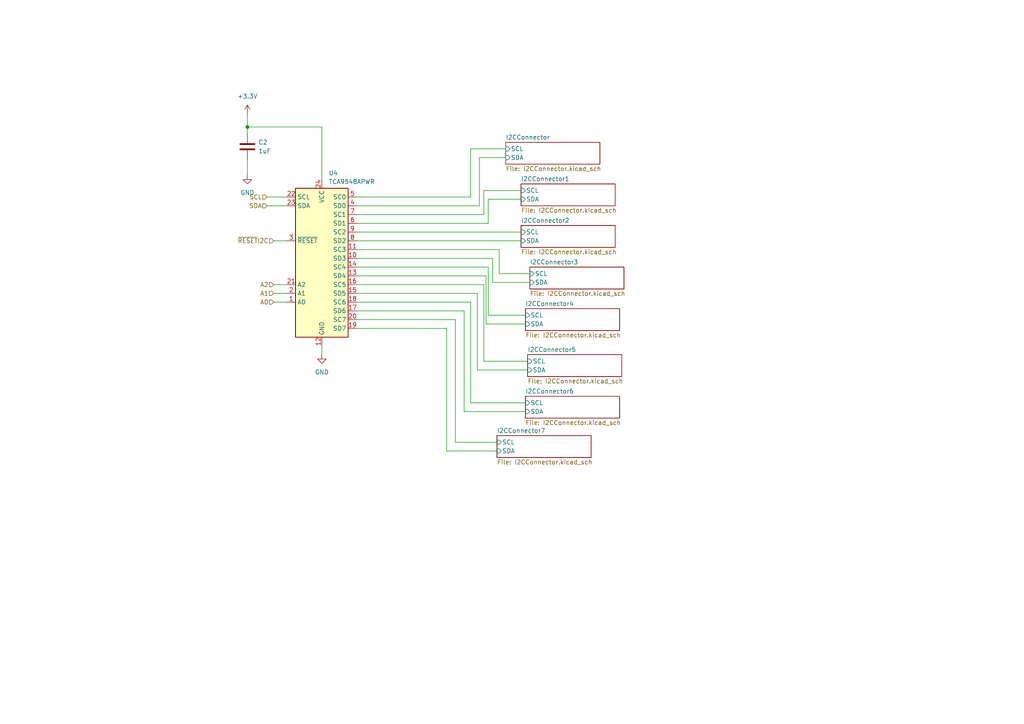
<source format=kicad_sch>
(kicad_sch (version 20230121) (generator eeschema)
  (paper "A4")
  (lib_symbols
    (symbol "Device:C" (pin_numbers hide) (pin_names (offset 0.254))
      (property "Reference" "C" (at 0.635 2.54 0))
      (property "Value" "C" (at 0.635 -2.54 0))
      (symbol "C_0_1"
        (polyline (pts (xy -2.032 -0.762) (xy 2.032 -0.762)) (stroke (width 0.508)))
        (polyline (pts (xy -2.032 0.762) (xy 2.032 0.762)) (stroke (width 0.508)))
      )
      (symbol "C_1_1"
        (pin passive line (at 0 3.81 270) (length 2.794) (name "~") (number "1"))
        (pin passive line (at 0 -3.81 90) (length 2.794) (name "~") (number "2"))
      )
    )
    (symbol "Interface_Expansion:TCA9548APWR"
      (property "Reference" "U" (at -7.62 21.59 0))
      (property "Value" "TCA9548APWR" (at 1.016 21.59 0))
      (symbol "TCA9548APWR_0_1"
        (rectangle (start -7.62 20.32) (end 7.62 -22.86) (stroke (width 0.254)) (fill (type background)))
      )
      (symbol "TCA9548APWR_1_1"
        (pin input line (at -10.16 -12.7 0) (length 2.54) (name "A0") (number "1"))
        (pin bidirectional line (at 10.16 0 180) (length 2.54) (name "SD3") (number "10"))
        (pin output line (at 10.16 2.54 180) (length 2.54) (name "SC3") (number "11"))
        (pin power_in line (at 0 -25.4 90) (length 2.54) (name "GND") (number "12"))
        (pin bidirectional line (at 10.16 -5.08 180) (length 2.54) (name "SD4") (number "13"))
        (pin output line (at 10.16 -2.54 180) (length 2.54) (name "SC4") (number "14"))
        (pin bidirectional line (at 10.16 -10.16 180) (length 2.54) (name "SD5") (number "15"))
        (pin output line (at 10.16 -7.62 180) (length 2.54) (name "SC5") (number "16"))
        (pin bidirectional line (at 10.16 -15.24 180) (length 2.54) (name "SD6") (number "17"))
        (pin output line (at 10.16 -12.7 180) (length 2.54) (name "SC6") (number "18"))
        (pin bidirectional line (at 10.16 -20.32 180) (length 2.54) (name "SD7") (number "19"))
        (pin input line (at -10.16 -10.16 0) (length 2.54) (name "A1") (number "2"))
        (pin output line (at 10.16 -17.78 180) (length 2.54) (name "SC7") (number "20"))
        (pin input line (at -10.16 -7.62 0) (length 2.54) (name "A2") (number "21"))
        (pin input line (at -10.16 17.78 0) (length 2.54) (name "SCL") (number "22"))
        (pin bidirectional line (at -10.16 15.24 0) (length 2.54) (name "SDA") (number "23"))
        (pin power_in line (at 0 22.86 270) (length 2.54) (name "VCC") (number "24"))
        (pin input line (at -10.16 5.08 0) (length 2.54) (name "~{RESET}") (number "3"))
        (pin bidirectional line (at 10.16 15.24 180) (length 2.54) (name "SD0") (number "4"))
        (pin output line (at 10.16 17.78 180) (length 2.54) (name "SC0") (number "5"))
        (pin bidirectional line (at 10.16 10.16 180) (length 2.54) (name "SD1") (number "6"))
        (pin output line (at 10.16 12.7 180) (length 2.54) (name "SC1") (number "7"))
        (pin bidirectional line (at 10.16 5.08 180) (length 2.54) (name "SD2") (number "8"))
        (pin output line (at 10.16 7.62 180) (length 2.54) (name "SC2") (number "9"))
      )
    )
    (symbol "power:+3.3V" (power) (pin_names (offset 0))
      (property "Value" "+3.3V" (at 0 3.556 0))
      (symbol "+3.3V_0_1"
        (polyline (pts (xy -0.762 1.27) (xy 0 2.54)))
        (polyline (pts (xy 0 0) (xy 0 2.54)))
        (polyline (pts (xy 0 2.54) (xy 0.762 1.27)))
      )
      (symbol "+3.3V_1_1"
        (pin power_in line (at 0 0 90) (length 0) hide (name "+3.3V") (number "1"))
      )
    )
    (symbol "power:GND" (power) (pin_names (offset 0))
      (property "Value" "GND" (at 0 -3.81 0))
      (symbol "GND_0_1"
        (polyline (pts (xy 0 0) (xy 0 -1.27) (xy 1.27 -1.27) (xy 0 -2.54) (xy -1.27 -1.27) (xy 0 -1.27)))
      )
      (symbol "GND_1_1"
        (pin power_in line (at 0 0 270) (length 0) hide (name "GND") (number "1"))
      )
    )
  )
  (junction (at 71.755 36.83))
  (wire (pts (xy 139.065 45.72) (xy 146.685 45.72)))
  (wire (pts (xy 93.345 36.83) (xy 93.345 52.07)))
  (wire (pts (xy 144.145 128.27) (xy 132.08 128.27)))
  (wire (pts (xy 79.375 85.09) (xy 83.185 85.09)))
  (wire (pts (xy 140.335 82.55) (xy 140.335 104.775)))
  (wire (pts (xy 141.605 64.77) (xy 141.605 57.785)))
  (wire (pts (xy 141.605 77.47) (xy 141.605 91.44)))
  (wire (pts (xy 103.505 64.77) (xy 141.605 64.77)))
  (wire (pts (xy 142.875 81.915) (xy 153.67 81.915)))
  (wire (pts (xy 144.78 79.375) (xy 153.67 79.375)))
  (wire (pts (xy 138.43 107.315) (xy 153.035 107.315)))
  (wire (pts (xy 103.505 59.69) (xy 139.065 59.69)))
  (wire (pts (xy 103.505 74.93) (xy 142.875 74.93)))
  (wire (pts (xy 140.335 55.245) (xy 151.13 55.245)))
  (wire (pts (xy 79.375 82.55) (xy 83.185 82.55)))
  (wire (pts (xy 140.335 62.23) (xy 140.335 55.245)))
  (wire (pts (xy 142.875 74.93) (xy 142.875 81.915)))
  (wire (pts (xy 140.97 93.98) (xy 152.4 93.98)))
  (wire (pts (xy 129.54 95.25) (xy 129.54 130.81)))
  (wire (pts (xy 93.345 100.33) (xy 93.345 102.87)))
  (wire (pts (xy 152.4 119.38) (xy 134.62 119.38)))
  (wire (pts (xy 79.375 87.63) (xy 83.185 87.63)))
  (wire (pts (xy 132.08 92.71) (xy 103.505 92.71)))
  (wire (pts (xy 134.62 90.17) (xy 103.505 90.17)))
  (wire (pts (xy 139.065 59.69) (xy 139.065 45.72)))
  (wire (pts (xy 136.525 57.15) (xy 136.525 43.18)))
  (wire (pts (xy 77.47 59.69) (xy 83.185 59.69)))
  (wire (pts (xy 129.54 130.81) (xy 144.145 130.81)))
  (wire (pts (xy 132.08 128.27) (xy 132.08 92.71)))
  (wire (pts (xy 103.505 87.63) (xy 136.525 87.63)))
  (wire (pts (xy 103.505 85.09) (xy 138.43 85.09)))
  (wire (pts (xy 138.43 85.09) (xy 138.43 107.315)))
  (wire (pts (xy 152.4 91.44) (xy 141.605 91.44)))
  (wire (pts (xy 71.755 36.83) (xy 93.345 36.83)))
  (wire (pts (xy 71.755 46.355) (xy 71.755 50.8)))
  (wire (pts (xy 136.525 43.18) (xy 146.685 43.18)))
  (wire (pts (xy 136.525 116.84) (xy 152.4 116.84)))
  (wire (pts (xy 140.97 80.01) (xy 140.97 93.98)))
  (wire (pts (xy 103.505 69.85) (xy 151.13 69.85)))
  (wire (pts (xy 103.505 72.39) (xy 144.78 72.39)))
  (wire (pts (xy 79.375 69.85) (xy 83.185 69.85)))
  (wire (pts (xy 141.605 57.785) (xy 151.13 57.785)))
  (wire (pts (xy 103.505 67.31) (xy 151.13 67.31)))
  (wire (pts (xy 136.525 87.63) (xy 136.525 116.84)))
  (wire (pts (xy 103.505 95.25) (xy 129.54 95.25)))
  (wire (pts (xy 140.335 104.775) (xy 153.035 104.775)))
  (wire (pts (xy 71.755 36.83) (xy 71.755 38.735)))
  (wire (pts (xy 144.78 72.39) (xy 144.78 79.375)))
  (wire (pts (xy 77.47 57.15) (xy 83.185 57.15)))
  (wire (pts (xy 141.605 77.47) (xy 103.505 77.47)))
  (wire (pts (xy 103.505 82.55) (xy 140.335 82.55)))
  (wire (pts (xy 103.505 80.01) (xy 140.97 80.01)))
  (wire (pts (xy 103.505 57.15) (xy 136.525 57.15)))
  (wire (pts (xy 103.505 62.23) (xy 140.335 62.23)))
  (wire (pts (xy 134.62 119.38) (xy 134.62 90.17)))
  (wire (pts (xy 71.755 33.02) (xy 71.755 36.83)))
  (hierarchical_label "A1" (shape input) (at 79.375 85.09 180))
  (hierarchical_label "SCL" (shape input) (at 77.47 57.15 180))
  (hierarchical_label "A0" (shape input) (at 79.375 87.63 180))
  (hierarchical_label "SDA" (shape input) (at 77.47 59.69 180))
  (hierarchical_label "A2" (shape input) (at 79.375 82.55 180))
  (hierarchical_label "~{RESET}I2C" (shape input) (at 79.375 69.85 180))
  (symbol (lib_id "Device:C") (at 71.755 42.545 0) (unit 1)
    (property "Reference" "C2" (at 74.93 41.275 0) (effects (justify left)))
    (property "Value" "1uF" (at 74.93 43.815 0) (effects (justify left)))
    (property "Footprint" "Capacitor_SMD:C_0805_2012Metric" (effects hide))
    (instances (project "TeensyIrrigation" (path "" (reference "C2") (unit 1)) (path "" (reference "C7") (unit 1)) (path "" (reference "C11") (unit 1)) (path "" (reference "C15") (unit 1)) (path "" (reference "C25") (unit 1)) (path "" (reference "C29") (unit 1)) (path "" (reference "C33") (unit 1)) (path "" (reference "C21") (unit 1)) (path "" (reference "C36") (unit 1)) (path "" (reference "C38") (unit 1)) (path "" (reference "C40") (unit 1)) (path "" (reference "C42") (unit 1)) (path "" (reference "C44") (unit 1)) (path "" (reference "C46") (unit 1)) (path "" (reference "C48") (unit 1)) (path "" (reference "C50") (unit 1)) (path "" (reference "C36") (unit 1))))
  )
  (symbol (lib_id "power:GND") (at 71.755 50.8 0) (unit 1)
    (property "Reference" "#PWR020" (effects hide))
    (property "Value" "GND" (at 71.755 55.88 0))
    (instances (project "TeensyIrrigation" (path "" (reference "#PWR020") (unit 1)) (path "" (reference "#PWR025") (unit 1)) (path "" (reference "#PWR047") (unit 1)) (path "" (reference "#PWR069") (unit 1)) (path "" (reference "#PWR078") (unit 1)) (path "" (reference "#PWR0107") (unit 1)) (path "" (reference "#PWR0115") (unit 1)) (path "" (reference "#PWR042") (unit 1)) (path "" (reference "#PWR0124") (unit 1)) (path "" (reference "#PWR0133") (unit 1)) (path "" (reference "#PWR0140") (unit 1)) (path "" (reference "#PWR0147") (unit 1)) (path "" (reference "#PWR0154") (unit 1)) (path "" (reference "#PWR0161") (unit 1)) (path "" (reference "#PWR0168") (unit 1)) (path "" (reference "#PWR0175") (unit 1)) (path "" (reference "#PWR0134") (unit 1))))
  )
  (symbol (lib_id "Interface_Expansion:TCA9548APWR") (at 93.345 74.93 0) (unit 1)
    (property "Reference" "U4" (at 95.3009 50.165 0) (effects (justify left)))
    (property "Value" "TCA9548APWR" (at 95.3009 52.705 0) (effects (justify left)))
    (property "Footprint" "Package_SO:TSSOP-24_4.4x7.8mm_P0.65mm" (effects hide))
    (property "Datasheet" "http://www.ti.com/lit/ds/symlink/tca9548a.pdf" (effects hide))
  )
  (symbol (lib_id "power:+3.3V") (at 71.755 33.02 0) (unit 1)
    (property "Reference" "#PWR0123" (effects hide))
    (property "Value" "+3.3V" (at 71.755 27.94 0))
    (instances (project "TeensyIrrigation" (path "" (reference "#PWR0123") (unit 1)) (path "" (reference "#PWR0130") (unit 1)) (path "" (reference "#PWR0137") (unit 1)) (path "" (reference "#PWR0144") (unit 1)) (path "" (reference "#PWR0151") (unit 1)) (path "" (reference "#PWR0158") (unit 1)) (path "" (reference "#PWR0165") (unit 1)) (path "" (reference "#PWR0172") (unit 1)) (path "" (reference "#PWR0133") (unit 1))))
  )
  (symbol (lib_id "power:GND") (at 93.345 102.87 0) (unit 1)
    (property "Reference" "#PWR0135" (effects hide))
    (property "Value" "GND" (at 93.345 107.95 0))
  )
  (sheet (at 151.13 65.405) (size 27.305 6.35) (stroke (width 0.1524))
    (property "Sheetname" "I2CConnector2" (at 151.13 64.6934 0) (effects (justify left bottom)))
    (property "Sheetfile" "I2CConnector.kicad_sch" (at 151.13 72.3396 0) (effects (justify left top)))
    (pin "SDA" input (at 151.13 69.85 180))
    (pin "SCL" input (at 151.13 67.31 180))
  )
  (sheet (at 144.145 126.365) (size 27.305 6.35) (stroke (width 0.1524))
    (property "Sheetname" "I2CConnector7" (at 144.145 125.6534 0) (effects (justify left bottom)))
    (property "Sheetfile" "I2CConnector.kicad_sch" (at 144.145 133.2996 0) (effects (justify left top)))
    (pin "SDA" input (at 144.145 130.81 180))
    (pin "SCL" input (at 144.145 128.27 180))
  )
  (sheet (at 152.4 89.535) (size 27.305 6.35) (stroke (width 0.1524))
    (property "Sheetname" "I2CConnector4" (at 152.4 88.8234 0) (effects (justify left bottom)))
    (property "Sheetfile" "I2CConnector.kicad_sch" (at 152.4 96.4696 0) (effects (justify left top)))
    (pin "SDA" input (at 152.4 93.98 180))
    (pin "SCL" input (at 152.4 91.44 180))
  )
  (sheet (at 153.67 77.47) (size 27.305 6.35) (stroke (width 0.1524))
    (property "Sheetname" "I2CConnector3" (at 153.67 76.7584 0) (effects (justify left bottom)))
    (property "Sheetfile" "I2CConnector.kicad_sch" (at 153.67 84.4046 0) (effects (justify left top)))
    (pin "SDA" input (at 153.67 81.915 180))
    (pin "SCL" input (at 153.67 79.375 180))
  )
  (sheet (at 146.685 41.275) (size 27.305 6.35) (stroke (width 0.1524))
    (property "Sheetname" "I2CConnector" (at 146.685 40.5634 0) (effects (justify left bottom)))
    (property "Sheetfile" "I2CConnector.kicad_sch" (at 146.685 48.2096 0) (effects (justify left top)))
    (pin "SDA" input (at 146.685 45.72 180))
    (pin "SCL" input (at 146.685 43.18 180))
  )
  (sheet (at 153.035 102.87) (size 27.305 6.35) (stroke (width 0.1524))
    (property "Sheetname" "I2CConnector5" (at 153.035 102.1584 0) (effects (justify left bottom)))
    (property "Sheetfile" "I2CConnector.kicad_sch" (at 153.035 109.8046 0) (effects (justify left top)))
    (pin "SDA" input (at 153.035 107.315 180))
    (pin "SCL" input (at 153.035 104.775 180))
  )
  (sheet (at 152.4 114.935) (size 27.305 6.35) (stroke (width 0.1524))
    (property "Sheetname" "I2CConnector6" (at 152.4 114.2234 0) (effects (justify left bottom)))
    (property "Sheetfile" "I2CConnector.kicad_sch" (at 152.4 121.8696 0) (effects (justify left top)))
    (pin "SDA" input (at 152.4 119.38 180))
    (pin "SCL" input (at 152.4 116.84 180))
  )
  (sheet (at 151.13 53.34) (size 27.305 6.35) (stroke (width 0.1524))
    (property "Sheetname" "I2CConnector1" (at 151.13 52.6284 0) (effects (justify left bottom)))
    (property "Sheetfile" "I2CConnector.kicad_sch" (at 151.13 60.2746 0) (effects (justify left top)))
    (pin "SDA" input (at 151.13 57.785 180))
    (pin "SCL" input (at 151.13 55.245 180))
  )
)
</source>
